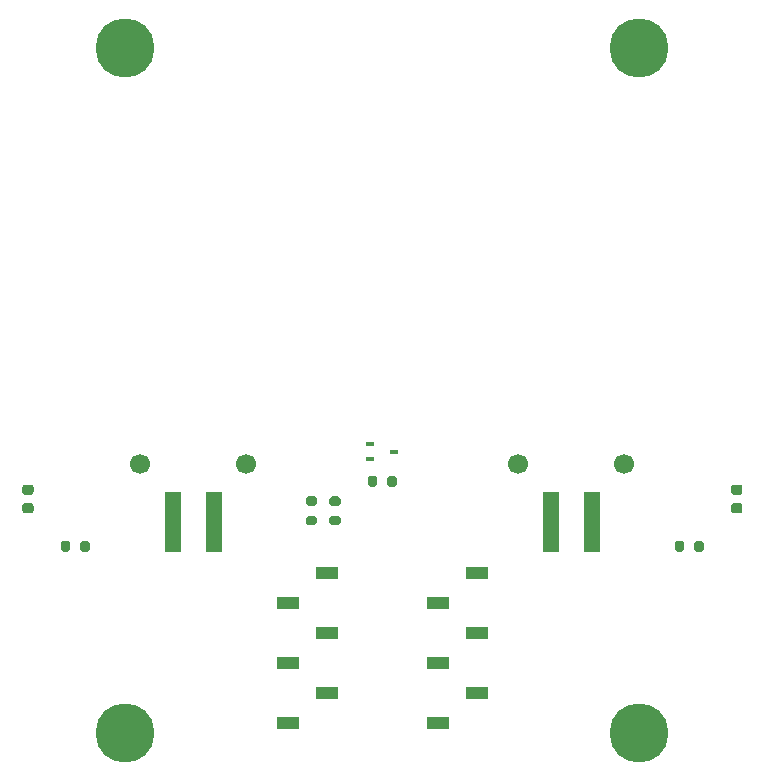
<source format=gbr>
%TF.GenerationSoftware,KiCad,Pcbnew,5.1.7-a382d34a8~88~ubuntu18.04.1*%
%TF.CreationDate,2022-11-07T19:22:55-05:00*%
%TF.ProjectId,project-mute-button,70726f6a-6563-4742-9d6d-7574652d6275,rev?*%
%TF.SameCoordinates,Original*%
%TF.FileFunction,Soldermask,Top*%
%TF.FilePolarity,Negative*%
%FSLAX46Y46*%
G04 Gerber Fmt 4.6, Leading zero omitted, Abs format (unit mm)*
G04 Created by KiCad (PCBNEW 5.1.7-a382d34a8~88~ubuntu18.04.1) date 2022-11-07 19:22:55*
%MOMM*%
%LPD*%
G01*
G04 APERTURE LIST*
%ADD10C,5.000000*%
%ADD11R,0.700000X0.450000*%
%ADD12R,1.400000X5.100000*%
%ADD13C,1.700000*%
%ADD14R,1.900000X1.000000*%
G04 APERTURE END LIST*
D10*
%TO.C,H4*%
X89100000Y-89150000D03*
%TD*%
%TO.C,H3*%
X89100000Y-31150000D03*
%TD*%
%TO.C,H2*%
X45600000Y-89150000D03*
%TD*%
%TO.C,H1*%
X45600000Y-31150000D03*
%TD*%
%TO.C,R5*%
G36*
G01*
X93775000Y-73625000D02*
X93775000Y-73075000D01*
G75*
G02*
X93975000Y-72875000I200000J0D01*
G01*
X94375000Y-72875000D01*
G75*
G02*
X94575000Y-73075000I0J-200000D01*
G01*
X94575000Y-73625000D01*
G75*
G02*
X94375000Y-73825000I-200000J0D01*
G01*
X93975000Y-73825000D01*
G75*
G02*
X93775000Y-73625000I0J200000D01*
G01*
G37*
G36*
G01*
X92125000Y-73625000D02*
X92125000Y-73075000D01*
G75*
G02*
X92325000Y-72875000I200000J0D01*
G01*
X92725000Y-72875000D01*
G75*
G02*
X92925000Y-73075000I0J-200000D01*
G01*
X92925000Y-73625000D01*
G75*
G02*
X92725000Y-73825000I-200000J0D01*
G01*
X92325000Y-73825000D01*
G75*
G02*
X92125000Y-73625000I0J200000D01*
G01*
G37*
%TD*%
%TO.C,R4*%
G36*
G01*
X67775000Y-68125000D02*
X67775000Y-67575000D01*
G75*
G02*
X67975000Y-67375000I200000J0D01*
G01*
X68375000Y-67375000D01*
G75*
G02*
X68575000Y-67575000I0J-200000D01*
G01*
X68575000Y-68125000D01*
G75*
G02*
X68375000Y-68325000I-200000J0D01*
G01*
X67975000Y-68325000D01*
G75*
G02*
X67775000Y-68125000I0J200000D01*
G01*
G37*
G36*
G01*
X66125000Y-68125000D02*
X66125000Y-67575000D01*
G75*
G02*
X66325000Y-67375000I200000J0D01*
G01*
X66725000Y-67375000D01*
G75*
G02*
X66925000Y-67575000I0J-200000D01*
G01*
X66925000Y-68125000D01*
G75*
G02*
X66725000Y-68325000I-200000J0D01*
G01*
X66325000Y-68325000D01*
G75*
G02*
X66125000Y-68125000I0J200000D01*
G01*
G37*
%TD*%
%TO.C,R3*%
G36*
G01*
X40925000Y-73075000D02*
X40925000Y-73625000D01*
G75*
G02*
X40725000Y-73825000I-200000J0D01*
G01*
X40325000Y-73825000D01*
G75*
G02*
X40125000Y-73625000I0J200000D01*
G01*
X40125000Y-73075000D01*
G75*
G02*
X40325000Y-72875000I200000J0D01*
G01*
X40725000Y-72875000D01*
G75*
G02*
X40925000Y-73075000I0J-200000D01*
G01*
G37*
G36*
G01*
X42575000Y-73075000D02*
X42575000Y-73625000D01*
G75*
G02*
X42375000Y-73825000I-200000J0D01*
G01*
X41975000Y-73825000D01*
G75*
G02*
X41775000Y-73625000I0J200000D01*
G01*
X41775000Y-73075000D01*
G75*
G02*
X41975000Y-72875000I200000J0D01*
G01*
X42375000Y-72875000D01*
G75*
G02*
X42575000Y-73075000I0J-200000D01*
G01*
G37*
%TD*%
D11*
%TO.C,Q1*%
X68350000Y-65350000D03*
X66350000Y-66000000D03*
X66350000Y-64700000D03*
%TD*%
%TO.C,D2*%
G36*
G01*
X97093750Y-69700000D02*
X97606250Y-69700000D01*
G75*
G02*
X97825000Y-69918750I0J-218750D01*
G01*
X97825000Y-70356250D01*
G75*
G02*
X97606250Y-70575000I-218750J0D01*
G01*
X97093750Y-70575000D01*
G75*
G02*
X96875000Y-70356250I0J218750D01*
G01*
X96875000Y-69918750D01*
G75*
G02*
X97093750Y-69700000I218750J0D01*
G01*
G37*
G36*
G01*
X97093750Y-68125000D02*
X97606250Y-68125000D01*
G75*
G02*
X97825000Y-68343750I0J-218750D01*
G01*
X97825000Y-68781250D01*
G75*
G02*
X97606250Y-69000000I-218750J0D01*
G01*
X97093750Y-69000000D01*
G75*
G02*
X96875000Y-68781250I0J218750D01*
G01*
X96875000Y-68343750D01*
G75*
G02*
X97093750Y-68125000I218750J0D01*
G01*
G37*
%TD*%
%TO.C,D1*%
G36*
G01*
X37093750Y-69700000D02*
X37606250Y-69700000D01*
G75*
G02*
X37825000Y-69918750I0J-218750D01*
G01*
X37825000Y-70356250D01*
G75*
G02*
X37606250Y-70575000I-218750J0D01*
G01*
X37093750Y-70575000D01*
G75*
G02*
X36875000Y-70356250I0J218750D01*
G01*
X36875000Y-69918750D01*
G75*
G02*
X37093750Y-69700000I218750J0D01*
G01*
G37*
G36*
G01*
X37093750Y-68125000D02*
X37606250Y-68125000D01*
G75*
G02*
X37825000Y-68343750I0J-218750D01*
G01*
X37825000Y-68781250D01*
G75*
G02*
X37606250Y-69000000I-218750J0D01*
G01*
X37093750Y-69000000D01*
G75*
G02*
X36875000Y-68781250I0J218750D01*
G01*
X36875000Y-68343750D01*
G75*
G02*
X37093750Y-68125000I218750J0D01*
G01*
G37*
%TD*%
%TO.C,R2*%
G36*
G01*
X61075000Y-70775000D02*
X61625000Y-70775000D01*
G75*
G02*
X61825000Y-70975000I0J-200000D01*
G01*
X61825000Y-71375000D01*
G75*
G02*
X61625000Y-71575000I-200000J0D01*
G01*
X61075000Y-71575000D01*
G75*
G02*
X60875000Y-71375000I0J200000D01*
G01*
X60875000Y-70975000D01*
G75*
G02*
X61075000Y-70775000I200000J0D01*
G01*
G37*
G36*
G01*
X61075000Y-69125000D02*
X61625000Y-69125000D01*
G75*
G02*
X61825000Y-69325000I0J-200000D01*
G01*
X61825000Y-69725000D01*
G75*
G02*
X61625000Y-69925000I-200000J0D01*
G01*
X61075000Y-69925000D01*
G75*
G02*
X60875000Y-69725000I0J200000D01*
G01*
X60875000Y-69325000D01*
G75*
G02*
X61075000Y-69125000I200000J0D01*
G01*
G37*
%TD*%
%TO.C,R1*%
G36*
G01*
X63075000Y-70775000D02*
X63625000Y-70775000D01*
G75*
G02*
X63825000Y-70975000I0J-200000D01*
G01*
X63825000Y-71375000D01*
G75*
G02*
X63625000Y-71575000I-200000J0D01*
G01*
X63075000Y-71575000D01*
G75*
G02*
X62875000Y-71375000I0J200000D01*
G01*
X62875000Y-70975000D01*
G75*
G02*
X63075000Y-70775000I200000J0D01*
G01*
G37*
G36*
G01*
X63075000Y-69125000D02*
X63625000Y-69125000D01*
G75*
G02*
X63825000Y-69325000I0J-200000D01*
G01*
X63825000Y-69725000D01*
G75*
G02*
X63625000Y-69925000I-200000J0D01*
G01*
X63075000Y-69925000D01*
G75*
G02*
X62875000Y-69725000I0J200000D01*
G01*
X62875000Y-69325000D01*
G75*
G02*
X63075000Y-69125000I200000J0D01*
G01*
G37*
%TD*%
D12*
%TO.C,J4*%
X49600000Y-71300000D03*
X53100000Y-71300000D03*
D13*
X46850000Y-66350000D03*
X55850000Y-66350000D03*
%TD*%
D12*
%TO.C,J3*%
X81600000Y-71300000D03*
X85100000Y-71300000D03*
D13*
X78850000Y-66350000D03*
X87850000Y-66350000D03*
%TD*%
D14*
%TO.C,J2*%
X59350000Y-78190000D03*
X59350000Y-83270000D03*
X59350000Y-88350000D03*
X62650000Y-75650000D03*
X62650000Y-80730000D03*
X62650000Y-85810000D03*
%TD*%
%TO.C,J1*%
X72050000Y-78190000D03*
X72050000Y-83270000D03*
X72050000Y-88350000D03*
X75350000Y-75650000D03*
X75350000Y-80730000D03*
X75350000Y-85810000D03*
%TD*%
M02*

</source>
